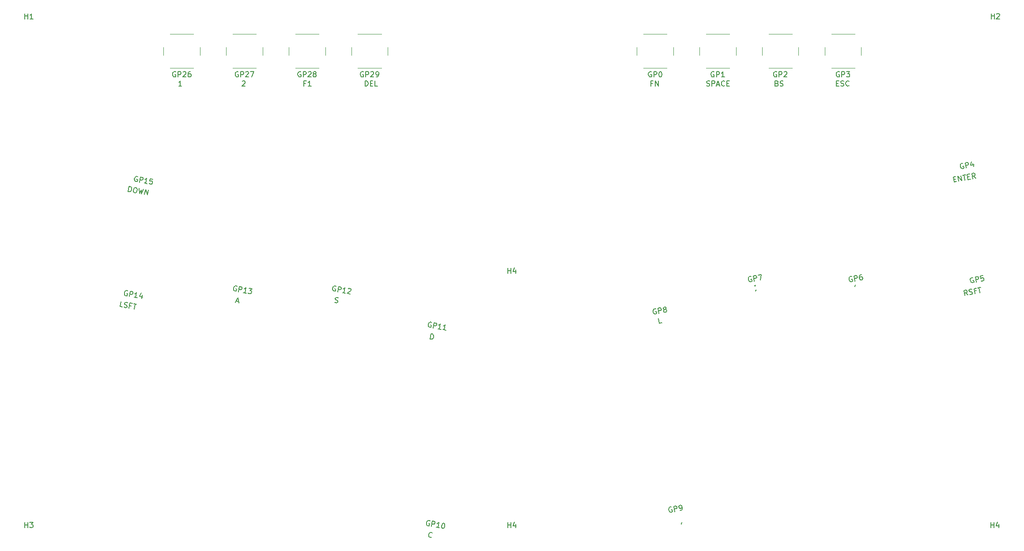
<source format=gto>
G04 #@! TF.GenerationSoftware,KiCad,Pcbnew,9.0.2-rc1*
G04 #@! TF.CreationDate,2025-07-21T22:58:39+09:00*
G04 #@! TF.ProjectId,MAXCON-zero,4d415843-4f4e-42d7-9a65-726f2e6b6963,rev?*
G04 #@! TF.SameCoordinates,Original*
G04 #@! TF.FileFunction,Legend,Top*
G04 #@! TF.FilePolarity,Positive*
%FSLAX46Y46*%
G04 Gerber Fmt 4.6, Leading zero omitted, Abs format (unit mm)*
G04 Created by KiCad (PCBNEW 9.0.2-rc1) date 2025-07-21 22:58:39*
%MOMM*%
%LPD*%
G01*
G04 APERTURE LIST*
%ADD10C,0.150000*%
%ADD11C,0.120000*%
%ADD12C,1.700000*%
%ADD13C,1.750000*%
%ADD14C,3.000000*%
%ADD15C,5.060000*%
%ADD16C,2.000000*%
%ADD17C,3.500000*%
G04 APERTURE END LIST*
D10*
X59633190Y-90619392D02*
X59164234Y-90536703D01*
X59164234Y-90536703D02*
X59337882Y-89551895D01*
X59922833Y-90622110D02*
X60055251Y-90693813D01*
X60055251Y-90693813D02*
X60289729Y-90735158D01*
X60289729Y-90735158D02*
X60391789Y-90704800D01*
X60391789Y-90704800D02*
X60446954Y-90666173D01*
X60446954Y-90666173D02*
X60510387Y-90580651D01*
X60510387Y-90580651D02*
X60526925Y-90486860D01*
X60526925Y-90486860D02*
X60496567Y-90384800D01*
X60496567Y-90384800D02*
X60457941Y-90329635D01*
X60457941Y-90329635D02*
X60372419Y-90266202D01*
X60372419Y-90266202D02*
X60193105Y-90186230D01*
X60193105Y-90186230D02*
X60107583Y-90122797D01*
X60107583Y-90122797D02*
X60068956Y-90067632D01*
X60068956Y-90067632D02*
X60038598Y-89965572D01*
X60038598Y-89965572D02*
X60055136Y-89871781D01*
X60055136Y-89871781D02*
X60118570Y-89786258D01*
X60118570Y-89786258D02*
X60173735Y-89747632D01*
X60173735Y-89747632D02*
X60275795Y-89717274D01*
X60275795Y-89717274D02*
X60510273Y-89758619D01*
X60510273Y-89758619D02*
X60642691Y-89830321D01*
X61318600Y-90384685D02*
X60990330Y-90326802D01*
X60899372Y-90842654D02*
X61073020Y-89857846D01*
X61073020Y-89857846D02*
X61541976Y-89940536D01*
X61776454Y-89981881D02*
X62339202Y-90081108D01*
X61884180Y-91016302D02*
X62057828Y-90031495D01*
X81409686Y-89466187D02*
X81878642Y-89548877D01*
X81266281Y-89731023D02*
X81768199Y-88804098D01*
X81768199Y-88804098D02*
X81922820Y-89846789D01*
X161260576Y-47712181D02*
X160927243Y-47712181D01*
X160927243Y-48235991D02*
X160927243Y-47235991D01*
X160927243Y-47235991D02*
X161403433Y-47235991D01*
X161784386Y-48235991D02*
X161784386Y-47235991D01*
X161784386Y-47235991D02*
X162355814Y-48235991D01*
X162355814Y-48235991D02*
X162355814Y-47235991D01*
X118632624Y-96719427D02*
X118806272Y-95734619D01*
X118806272Y-95734619D02*
X119040750Y-95775964D01*
X119040750Y-95775964D02*
X119173168Y-95847666D01*
X119173168Y-95847666D02*
X119250422Y-95957995D01*
X119250422Y-95957995D02*
X119280779Y-96060055D01*
X119280779Y-96060055D02*
X119294599Y-96255907D01*
X119294599Y-96255907D02*
X119269792Y-96396594D01*
X119269792Y-96396594D02*
X119189821Y-96575907D01*
X119189821Y-96575907D02*
X119126387Y-96661429D01*
X119126387Y-96661429D02*
X119016058Y-96738683D01*
X119016058Y-96738683D02*
X118867102Y-96760771D01*
X118867102Y-96760771D02*
X118632624Y-96719427D01*
X94760195Y-47734006D02*
X94426862Y-47734006D01*
X94426862Y-48257816D02*
X94426862Y-47257816D01*
X94426862Y-47257816D02*
X94903052Y-47257816D01*
X95807814Y-48257816D02*
X95236386Y-48257816D01*
X95522100Y-48257816D02*
X95522100Y-47257816D01*
X95522100Y-47257816D02*
X95426862Y-47400673D01*
X95426862Y-47400673D02*
X95331624Y-47495911D01*
X95331624Y-47495911D02*
X95236386Y-47543530D01*
X100321446Y-89692397D02*
X100453864Y-89764099D01*
X100453864Y-89764099D02*
X100688342Y-89805444D01*
X100688342Y-89805444D02*
X100790402Y-89775086D01*
X100790402Y-89775086D02*
X100845566Y-89736459D01*
X100845566Y-89736459D02*
X100909000Y-89650937D01*
X100909000Y-89650937D02*
X100925538Y-89557146D01*
X100925538Y-89557146D02*
X100895180Y-89455086D01*
X100895180Y-89455086D02*
X100856554Y-89399921D01*
X100856554Y-89399921D02*
X100771031Y-89336488D01*
X100771031Y-89336488D02*
X100591718Y-89256516D01*
X100591718Y-89256516D02*
X100506196Y-89193083D01*
X100506196Y-89193083D02*
X100467569Y-89137918D01*
X100467569Y-89137918D02*
X100437211Y-89035858D01*
X100437211Y-89035858D02*
X100453749Y-88942067D01*
X100453749Y-88942067D02*
X100517183Y-88856545D01*
X100517183Y-88856545D02*
X100572347Y-88817918D01*
X100572347Y-88817918D02*
X100674407Y-88787560D01*
X100674407Y-88787560D02*
X100908885Y-88828905D01*
X100908885Y-88828905D02*
X101041303Y-88900608D01*
X166850613Y-131933954D02*
X166863017Y-132004298D01*
X166863017Y-132004298D02*
X166817480Y-132157388D01*
X166817480Y-132157388D02*
X166759540Y-132240135D01*
X171666862Y-48188372D02*
X171809719Y-48235991D01*
X171809719Y-48235991D02*
X172047814Y-48235991D01*
X172047814Y-48235991D02*
X172143052Y-48188372D01*
X172143052Y-48188372D02*
X172190671Y-48140752D01*
X172190671Y-48140752D02*
X172238290Y-48045514D01*
X172238290Y-48045514D02*
X172238290Y-47950276D01*
X172238290Y-47950276D02*
X172190671Y-47855038D01*
X172190671Y-47855038D02*
X172143052Y-47807419D01*
X172143052Y-47807419D02*
X172047814Y-47759800D01*
X172047814Y-47759800D02*
X171857338Y-47712181D01*
X171857338Y-47712181D02*
X171762100Y-47664562D01*
X171762100Y-47664562D02*
X171714481Y-47616943D01*
X171714481Y-47616943D02*
X171666862Y-47521705D01*
X171666862Y-47521705D02*
X171666862Y-47426467D01*
X171666862Y-47426467D02*
X171714481Y-47331229D01*
X171714481Y-47331229D02*
X171762100Y-47283610D01*
X171762100Y-47283610D02*
X171857338Y-47235991D01*
X171857338Y-47235991D02*
X172095433Y-47235991D01*
X172095433Y-47235991D02*
X172238290Y-47283610D01*
X172666862Y-48235991D02*
X172666862Y-47235991D01*
X172666862Y-47235991D02*
X173047814Y-47235991D01*
X173047814Y-47235991D02*
X173143052Y-47283610D01*
X173143052Y-47283610D02*
X173190671Y-47331229D01*
X173190671Y-47331229D02*
X173238290Y-47426467D01*
X173238290Y-47426467D02*
X173238290Y-47569324D01*
X173238290Y-47569324D02*
X173190671Y-47664562D01*
X173190671Y-47664562D02*
X173143052Y-47712181D01*
X173143052Y-47712181D02*
X173047814Y-47759800D01*
X173047814Y-47759800D02*
X172666862Y-47759800D01*
X173619243Y-47950276D02*
X174095433Y-47950276D01*
X173524005Y-48235991D02*
X173857338Y-47235991D01*
X173857338Y-47235991D02*
X174190671Y-48235991D01*
X175095433Y-48140752D02*
X175047814Y-48188372D01*
X175047814Y-48188372D02*
X174904957Y-48235991D01*
X174904957Y-48235991D02*
X174809719Y-48235991D01*
X174809719Y-48235991D02*
X174666862Y-48188372D01*
X174666862Y-48188372D02*
X174571624Y-48093133D01*
X174571624Y-48093133D02*
X174524005Y-47997895D01*
X174524005Y-47997895D02*
X174476386Y-47807419D01*
X174476386Y-47807419D02*
X174476386Y-47664562D01*
X174476386Y-47664562D02*
X174524005Y-47474086D01*
X174524005Y-47474086D02*
X174571624Y-47378848D01*
X174571624Y-47378848D02*
X174666862Y-47283610D01*
X174666862Y-47283610D02*
X174809719Y-47235991D01*
X174809719Y-47235991D02*
X174904957Y-47235991D01*
X174904957Y-47235991D02*
X175047814Y-47283610D01*
X175047814Y-47283610D02*
X175095433Y-47331229D01*
X175524005Y-47712181D02*
X175857338Y-47712181D01*
X176000195Y-48235991D02*
X175524005Y-48235991D01*
X175524005Y-48235991D02*
X175524005Y-47235991D01*
X175524005Y-47235991D02*
X176000195Y-47235991D01*
X70995243Y-48235990D02*
X70423815Y-48235990D01*
X70709529Y-48235990D02*
X70709529Y-47235990D01*
X70709529Y-47235990D02*
X70614291Y-47378847D01*
X70614291Y-47378847D02*
X70519053Y-47474085D01*
X70519053Y-47474085D02*
X70423815Y-47521704D01*
X118915909Y-134748863D02*
X118860745Y-134787490D01*
X118860745Y-134787490D02*
X118711789Y-134809578D01*
X118711789Y-134809578D02*
X118617998Y-134793040D01*
X118617998Y-134793040D02*
X118485580Y-134721338D01*
X118485580Y-134721338D02*
X118408327Y-134611009D01*
X118408327Y-134611009D02*
X118377969Y-134508949D01*
X118377969Y-134508949D02*
X118364149Y-134313097D01*
X118364149Y-134313097D02*
X118388956Y-134172410D01*
X118388956Y-134172410D02*
X118468928Y-133993097D01*
X118468928Y-133993097D02*
X118532361Y-133907575D01*
X118532361Y-133907575D02*
X118642690Y-133830321D01*
X118642690Y-133830321D02*
X118791646Y-133808233D01*
X118791646Y-133808233D02*
X118885437Y-133824770D01*
X118885437Y-133824770D02*
X119017855Y-133896473D01*
X119017855Y-133896473D02*
X119056482Y-133951638D01*
X200178544Y-86359086D02*
X200087471Y-86665267D01*
X106166481Y-48235991D02*
X106166481Y-47235991D01*
X106166481Y-47235991D02*
X106404576Y-47235991D01*
X106404576Y-47235991D02*
X106547433Y-47283610D01*
X106547433Y-47283610D02*
X106642671Y-47378848D01*
X106642671Y-47378848D02*
X106690290Y-47474086D01*
X106690290Y-47474086D02*
X106737909Y-47664562D01*
X106737909Y-47664562D02*
X106737909Y-47807419D01*
X106737909Y-47807419D02*
X106690290Y-47997895D01*
X106690290Y-47997895D02*
X106642671Y-48093133D01*
X106642671Y-48093133D02*
X106547433Y-48188372D01*
X106547433Y-48188372D02*
X106404576Y-48235991D01*
X106404576Y-48235991D02*
X106166481Y-48235991D01*
X107166481Y-47712181D02*
X107499814Y-47712181D01*
X107642671Y-48235991D02*
X107166481Y-48235991D01*
X107166481Y-48235991D02*
X107166481Y-47235991D01*
X107166481Y-47235991D02*
X107642671Y-47235991D01*
X108547433Y-48235991D02*
X108071243Y-48235991D01*
X108071243Y-48235991D02*
X108071243Y-47235991D01*
X196519053Y-47712181D02*
X196852386Y-47712181D01*
X196995243Y-48235991D02*
X196519053Y-48235991D01*
X196519053Y-48235991D02*
X196519053Y-47235991D01*
X196519053Y-47235991D02*
X196995243Y-47235991D01*
X197376196Y-48188372D02*
X197519053Y-48235991D01*
X197519053Y-48235991D02*
X197757148Y-48235991D01*
X197757148Y-48235991D02*
X197852386Y-48188372D01*
X197852386Y-48188372D02*
X197900005Y-48140752D01*
X197900005Y-48140752D02*
X197947624Y-48045514D01*
X197947624Y-48045514D02*
X197947624Y-47950276D01*
X197947624Y-47950276D02*
X197900005Y-47855038D01*
X197900005Y-47855038D02*
X197852386Y-47807419D01*
X197852386Y-47807419D02*
X197757148Y-47759800D01*
X197757148Y-47759800D02*
X197566672Y-47712181D01*
X197566672Y-47712181D02*
X197471434Y-47664562D01*
X197471434Y-47664562D02*
X197423815Y-47616943D01*
X197423815Y-47616943D02*
X197376196Y-47521705D01*
X197376196Y-47521705D02*
X197376196Y-47426467D01*
X197376196Y-47426467D02*
X197423815Y-47331229D01*
X197423815Y-47331229D02*
X197471434Y-47283610D01*
X197471434Y-47283610D02*
X197566672Y-47235991D01*
X197566672Y-47235991D02*
X197804767Y-47235991D01*
X197804767Y-47235991D02*
X197947624Y-47283610D01*
X198947624Y-48140752D02*
X198900005Y-48188372D01*
X198900005Y-48188372D02*
X198757148Y-48235991D01*
X198757148Y-48235991D02*
X198661910Y-48235991D01*
X198661910Y-48235991D02*
X198519053Y-48188372D01*
X198519053Y-48188372D02*
X198423815Y-48093133D01*
X198423815Y-48093133D02*
X198376196Y-47997895D01*
X198376196Y-47997895D02*
X198328577Y-47807419D01*
X198328577Y-47807419D02*
X198328577Y-47664562D01*
X198328577Y-47664562D02*
X198376196Y-47474086D01*
X198376196Y-47474086D02*
X198423815Y-47378848D01*
X198423815Y-47378848D02*
X198519053Y-47283610D01*
X198519053Y-47283610D02*
X198661910Y-47235991D01*
X198661910Y-47235991D02*
X198757148Y-47235991D01*
X198757148Y-47235991D02*
X198900005Y-47283610D01*
X198900005Y-47283610D02*
X198947624Y-47331229D01*
X163041328Y-93663158D02*
X162572372Y-93745847D01*
X162572372Y-93745847D02*
X162398724Y-92761039D01*
X60742174Y-68462282D02*
X60915822Y-67477474D01*
X60915822Y-67477474D02*
X61150300Y-67518819D01*
X61150300Y-67518819D02*
X61282718Y-67590522D01*
X61282718Y-67590522D02*
X61359971Y-67700851D01*
X61359971Y-67700851D02*
X61390329Y-67802911D01*
X61390329Y-67802911D02*
X61404149Y-67998762D01*
X61404149Y-67998762D02*
X61379342Y-68139449D01*
X61379342Y-68139449D02*
X61299371Y-68318763D01*
X61299371Y-68318763D02*
X61235937Y-68404285D01*
X61235937Y-68404285D02*
X61125608Y-68481538D01*
X61125608Y-68481538D02*
X60976652Y-68503627D01*
X60976652Y-68503627D02*
X60742174Y-68462282D01*
X62088212Y-67684198D02*
X62275795Y-67717274D01*
X62275795Y-67717274D02*
X62361317Y-67780708D01*
X62361317Y-67780708D02*
X62438570Y-67891037D01*
X62438570Y-67891037D02*
X62452390Y-68086888D01*
X62452390Y-68086888D02*
X62394507Y-68415157D01*
X62394507Y-68415157D02*
X62314536Y-68594471D01*
X62314536Y-68594471D02*
X62204207Y-68671724D01*
X62204207Y-68671724D02*
X62102147Y-68702082D01*
X62102147Y-68702082D02*
X61914564Y-68669006D01*
X61914564Y-68669006D02*
X61829042Y-68605572D01*
X61829042Y-68605572D02*
X61751789Y-68495243D01*
X61751789Y-68495243D02*
X61737969Y-68299392D01*
X61737969Y-68299392D02*
X61795852Y-67971123D01*
X61795852Y-67971123D02*
X61875823Y-67791809D01*
X61875823Y-67791809D02*
X61986152Y-67714556D01*
X61986152Y-67714556D02*
X62088212Y-67684198D01*
X62838542Y-67816502D02*
X62899372Y-68842654D01*
X62899372Y-68842654D02*
X63210989Y-68172296D01*
X63210989Y-68172296D02*
X63274537Y-68908806D01*
X63274537Y-68908806D02*
X63682663Y-67965343D01*
X63884180Y-69016302D02*
X64057828Y-68031495D01*
X64057828Y-68031495D02*
X64446927Y-69115530D01*
X64446927Y-69115530D02*
X64620575Y-68130722D01*
X221719147Y-88298419D02*
X221308188Y-87887346D01*
X221156400Y-88397647D02*
X220982752Y-87412839D01*
X220982752Y-87412839D02*
X221357917Y-87346688D01*
X221357917Y-87346688D02*
X221459977Y-87377045D01*
X221459977Y-87377045D02*
X221515141Y-87415672D01*
X221515141Y-87415672D02*
X221578575Y-87501194D01*
X221578575Y-87501194D02*
X221603382Y-87641881D01*
X221603382Y-87641881D02*
X221573024Y-87743941D01*
X221573024Y-87743941D02*
X221534398Y-87799106D01*
X221534398Y-87799106D02*
X221448875Y-87862539D01*
X221448875Y-87862539D02*
X221073710Y-87928691D01*
X222086043Y-88185372D02*
X222234999Y-88207461D01*
X222234999Y-88207461D02*
X222469477Y-88166116D01*
X222469477Y-88166116D02*
X222554999Y-88102683D01*
X222554999Y-88102683D02*
X222593626Y-88047518D01*
X222593626Y-88047518D02*
X222623984Y-87945458D01*
X222623984Y-87945458D02*
X222607446Y-87851667D01*
X222607446Y-87851667D02*
X222544012Y-87766144D01*
X222544012Y-87766144D02*
X222488848Y-87727518D01*
X222488848Y-87727518D02*
X222386787Y-87697160D01*
X222386787Y-87697160D02*
X222190936Y-87683340D01*
X222190936Y-87683340D02*
X222088876Y-87652983D01*
X222088876Y-87652983D02*
X222033711Y-87614356D01*
X222033711Y-87614356D02*
X221970278Y-87528834D01*
X221970278Y-87528834D02*
X221953740Y-87435042D01*
X221953740Y-87435042D02*
X221984098Y-87332982D01*
X221984098Y-87332982D02*
X222022724Y-87277818D01*
X222022724Y-87277818D02*
X222108246Y-87214384D01*
X222108246Y-87214384D02*
X222342724Y-87173039D01*
X222342724Y-87173039D02*
X222491680Y-87195128D01*
X223316431Y-87484885D02*
X222988161Y-87542768D01*
X223079120Y-88058620D02*
X222905472Y-87073812D01*
X222905472Y-87073812D02*
X223374428Y-86991122D01*
X223608906Y-86949777D02*
X224171653Y-86850550D01*
X224063928Y-87884971D02*
X223890280Y-86900164D01*
X219025589Y-66128754D02*
X219353859Y-66070871D01*
X219585504Y-66561916D02*
X219116548Y-66644606D01*
X219116548Y-66644606D02*
X218942900Y-65659798D01*
X218942900Y-65659798D02*
X219411856Y-65577108D01*
X220007565Y-66487495D02*
X219833916Y-65502688D01*
X219833916Y-65502688D02*
X220570312Y-66388268D01*
X220570312Y-66388268D02*
X220396664Y-65403460D01*
X220724933Y-65345577D02*
X221287680Y-65246350D01*
X221179955Y-66280771D02*
X221006306Y-65295964D01*
X221698639Y-65657423D02*
X222026908Y-65599540D01*
X222258554Y-66090585D02*
X221789598Y-66173275D01*
X221789598Y-66173275D02*
X221615950Y-65188467D01*
X221615950Y-65188467D02*
X222084906Y-65105777D01*
X223243362Y-65916937D02*
X222832403Y-65505864D01*
X222680614Y-66016165D02*
X222506966Y-65031357D01*
X222506966Y-65031357D02*
X222882131Y-64965205D01*
X222882131Y-64965205D02*
X222984191Y-64995563D01*
X222984191Y-64995563D02*
X223039356Y-65034189D01*
X223039356Y-65034189D02*
X223102789Y-65119712D01*
X223102789Y-65119712D02*
X223127596Y-65260399D01*
X223127596Y-65260399D02*
X223097239Y-65362459D01*
X223097239Y-65362459D02*
X223058612Y-65417623D01*
X223058612Y-65417623D02*
X222973090Y-65481057D01*
X222973090Y-65481057D02*
X222597925Y-65547208D01*
X82615815Y-47331229D02*
X82663434Y-47283610D01*
X82663434Y-47283610D02*
X82758672Y-47235991D01*
X82758672Y-47235991D02*
X82996767Y-47235991D01*
X82996767Y-47235991D02*
X83092005Y-47283610D01*
X83092005Y-47283610D02*
X83139624Y-47331229D01*
X83139624Y-47331229D02*
X83187243Y-47426467D01*
X83187243Y-47426467D02*
X83187243Y-47521705D01*
X83187243Y-47521705D02*
X83139624Y-47664562D01*
X83139624Y-47664562D02*
X82568196Y-48235991D01*
X82568196Y-48235991D02*
X83187243Y-48235991D01*
X181122613Y-87257954D02*
X181135017Y-87328298D01*
X181135017Y-87328298D02*
X181089480Y-87481388D01*
X181089480Y-87481388D02*
X181031540Y-87564135D01*
X180903429Y-86426237D02*
X180986175Y-86484177D01*
X180986175Y-86484177D02*
X180928235Y-86566924D01*
X180928235Y-86566924D02*
X180845489Y-86508984D01*
X180845489Y-86508984D02*
X180903429Y-86426237D01*
X180903429Y-86426237D02*
X180928235Y-86566924D01*
X185112767Y-47712181D02*
X185255624Y-47759800D01*
X185255624Y-47759800D02*
X185303243Y-47807419D01*
X185303243Y-47807419D02*
X185350862Y-47902657D01*
X185350862Y-47902657D02*
X185350862Y-48045514D01*
X185350862Y-48045514D02*
X185303243Y-48140752D01*
X185303243Y-48140752D02*
X185255624Y-48188372D01*
X185255624Y-48188372D02*
X185160386Y-48235991D01*
X185160386Y-48235991D02*
X184779434Y-48235991D01*
X184779434Y-48235991D02*
X184779434Y-47235991D01*
X184779434Y-47235991D02*
X185112767Y-47235991D01*
X185112767Y-47235991D02*
X185208005Y-47283610D01*
X185208005Y-47283610D02*
X185255624Y-47331229D01*
X185255624Y-47331229D02*
X185303243Y-47426467D01*
X185303243Y-47426467D02*
X185303243Y-47521705D01*
X185303243Y-47521705D02*
X185255624Y-47616943D01*
X185255624Y-47616943D02*
X185208005Y-47664562D01*
X185208005Y-47664562D02*
X185112767Y-47712181D01*
X185112767Y-47712181D02*
X184779434Y-47712181D01*
X185731815Y-48188372D02*
X185874672Y-48235991D01*
X185874672Y-48235991D02*
X186112767Y-48235991D01*
X186112767Y-48235991D02*
X186208005Y-48188372D01*
X186208005Y-48188372D02*
X186255624Y-48140752D01*
X186255624Y-48140752D02*
X186303243Y-48045514D01*
X186303243Y-48045514D02*
X186303243Y-47950276D01*
X186303243Y-47950276D02*
X186255624Y-47855038D01*
X186255624Y-47855038D02*
X186208005Y-47807419D01*
X186208005Y-47807419D02*
X186112767Y-47759800D01*
X186112767Y-47759800D02*
X185922291Y-47712181D01*
X185922291Y-47712181D02*
X185827053Y-47664562D01*
X185827053Y-47664562D02*
X185779434Y-47616943D01*
X185779434Y-47616943D02*
X185731815Y-47521705D01*
X185731815Y-47521705D02*
X185731815Y-47426467D01*
X185731815Y-47426467D02*
X185779434Y-47331229D01*
X185779434Y-47331229D02*
X185827053Y-47283610D01*
X185827053Y-47283610D02*
X185922291Y-47235991D01*
X185922291Y-47235991D02*
X186160386Y-47235991D01*
X186160386Y-47235991D02*
X186303243Y-47283610D01*
X62587539Y-65644270D02*
X62502017Y-65580836D01*
X62502017Y-65580836D02*
X62361330Y-65556029D01*
X62361330Y-65556029D02*
X62212374Y-65578118D01*
X62212374Y-65578118D02*
X62102045Y-65655371D01*
X62102045Y-65655371D02*
X62038611Y-65740894D01*
X62038611Y-65740894D02*
X61958640Y-65920207D01*
X61958640Y-65920207D02*
X61933833Y-66060894D01*
X61933833Y-66060894D02*
X61947653Y-66256745D01*
X61947653Y-66256745D02*
X61978011Y-66358805D01*
X61978011Y-66358805D02*
X62055264Y-66469135D01*
X62055264Y-66469135D02*
X62187682Y-66540837D01*
X62187682Y-66540837D02*
X62281473Y-66557375D01*
X62281473Y-66557375D02*
X62430429Y-66535286D01*
X62430429Y-66535286D02*
X62485593Y-66496660D01*
X62485593Y-66496660D02*
X62543476Y-66168390D01*
X62543476Y-66168390D02*
X62355894Y-66135314D01*
X62891116Y-66664871D02*
X63064764Y-65680064D01*
X63064764Y-65680064D02*
X63439929Y-65746215D01*
X63439929Y-65746215D02*
X63525451Y-65809649D01*
X63525451Y-65809649D02*
X63564078Y-65864813D01*
X63564078Y-65864813D02*
X63594435Y-65966874D01*
X63594435Y-65966874D02*
X63569629Y-66107560D01*
X63569629Y-66107560D02*
X63506195Y-66193083D01*
X63506195Y-66193083D02*
X63451030Y-66231709D01*
X63451030Y-66231709D02*
X63348970Y-66262067D01*
X63348970Y-66262067D02*
X62973805Y-66195915D01*
X64391775Y-66929478D02*
X63829028Y-66830251D01*
X64110402Y-66879864D02*
X64284050Y-65895057D01*
X64284050Y-65895057D02*
X64165452Y-66019206D01*
X64165452Y-66019206D02*
X64055123Y-66096459D01*
X64055123Y-66096459D02*
X63953062Y-66126817D01*
X65456440Y-66101781D02*
X64987484Y-66019091D01*
X64987484Y-66019091D02*
X64857899Y-66479778D01*
X64857899Y-66479778D02*
X64913063Y-66441152D01*
X64913063Y-66441152D02*
X65015123Y-66410794D01*
X65015123Y-66410794D02*
X65249602Y-66452139D01*
X65249602Y-66452139D02*
X65335124Y-66515572D01*
X65335124Y-66515572D02*
X65373750Y-66570737D01*
X65373750Y-66570737D02*
X65404108Y-66672797D01*
X65404108Y-66672797D02*
X65362763Y-66907275D01*
X65362763Y-66907275D02*
X65299330Y-66992797D01*
X65299330Y-66992797D02*
X65244165Y-67031424D01*
X65244165Y-67031424D02*
X65142105Y-67061782D01*
X65142105Y-67061782D02*
X64907627Y-67020437D01*
X64907627Y-67020437D02*
X64822105Y-66957003D01*
X64822105Y-66957003D02*
X64783478Y-66901839D01*
X81829609Y-45527435D02*
X81734371Y-45479816D01*
X81734371Y-45479816D02*
X81591514Y-45479816D01*
X81591514Y-45479816D02*
X81448657Y-45527435D01*
X81448657Y-45527435D02*
X81353419Y-45622673D01*
X81353419Y-45622673D02*
X81305800Y-45717911D01*
X81305800Y-45717911D02*
X81258181Y-45908387D01*
X81258181Y-45908387D02*
X81258181Y-46051244D01*
X81258181Y-46051244D02*
X81305800Y-46241720D01*
X81305800Y-46241720D02*
X81353419Y-46336958D01*
X81353419Y-46336958D02*
X81448657Y-46432197D01*
X81448657Y-46432197D02*
X81591514Y-46479816D01*
X81591514Y-46479816D02*
X81686752Y-46479816D01*
X81686752Y-46479816D02*
X81829609Y-46432197D01*
X81829609Y-46432197D02*
X81877228Y-46384577D01*
X81877228Y-46384577D02*
X81877228Y-46051244D01*
X81877228Y-46051244D02*
X81686752Y-46051244D01*
X82305800Y-46479816D02*
X82305800Y-45479816D01*
X82305800Y-45479816D02*
X82686752Y-45479816D01*
X82686752Y-45479816D02*
X82781990Y-45527435D01*
X82781990Y-45527435D02*
X82829609Y-45575054D01*
X82829609Y-45575054D02*
X82877228Y-45670292D01*
X82877228Y-45670292D02*
X82877228Y-45813149D01*
X82877228Y-45813149D02*
X82829609Y-45908387D01*
X82829609Y-45908387D02*
X82781990Y-45956006D01*
X82781990Y-45956006D02*
X82686752Y-46003625D01*
X82686752Y-46003625D02*
X82305800Y-46003625D01*
X83258181Y-45575054D02*
X83305800Y-45527435D01*
X83305800Y-45527435D02*
X83401038Y-45479816D01*
X83401038Y-45479816D02*
X83639133Y-45479816D01*
X83639133Y-45479816D02*
X83734371Y-45527435D01*
X83734371Y-45527435D02*
X83781990Y-45575054D01*
X83781990Y-45575054D02*
X83829609Y-45670292D01*
X83829609Y-45670292D02*
X83829609Y-45765530D01*
X83829609Y-45765530D02*
X83781990Y-45908387D01*
X83781990Y-45908387D02*
X83210562Y-46479816D01*
X83210562Y-46479816D02*
X83829609Y-46479816D01*
X84162943Y-45479816D02*
X84829609Y-45479816D01*
X84829609Y-45479816D02*
X84401038Y-46479816D01*
X226237624Y-35345816D02*
X226237624Y-34345816D01*
X226237624Y-34822006D02*
X226809052Y-34822006D01*
X226809052Y-35345816D02*
X226809052Y-34345816D01*
X227237624Y-34441054D02*
X227285243Y-34393435D01*
X227285243Y-34393435D02*
X227380481Y-34345816D01*
X227380481Y-34345816D02*
X227618576Y-34345816D01*
X227618576Y-34345816D02*
X227713814Y-34393435D01*
X227713814Y-34393435D02*
X227761433Y-34441054D01*
X227761433Y-34441054D02*
X227809052Y-34536292D01*
X227809052Y-34536292D02*
X227809052Y-34631530D01*
X227809052Y-34631530D02*
X227761433Y-34774387D01*
X227761433Y-34774387D02*
X227190005Y-35345816D01*
X227190005Y-35345816D02*
X227809052Y-35345816D01*
X133536624Y-84120816D02*
X133536624Y-83120816D01*
X133536624Y-83597006D02*
X134108052Y-83597006D01*
X134108052Y-84120816D02*
X134108052Y-83120816D01*
X135012814Y-83454149D02*
X135012814Y-84120816D01*
X134774719Y-83073197D02*
X134536624Y-83787482D01*
X134536624Y-83787482D02*
X135155671Y-83787482D01*
X105829609Y-45527435D02*
X105734371Y-45479816D01*
X105734371Y-45479816D02*
X105591514Y-45479816D01*
X105591514Y-45479816D02*
X105448657Y-45527435D01*
X105448657Y-45527435D02*
X105353419Y-45622673D01*
X105353419Y-45622673D02*
X105305800Y-45717911D01*
X105305800Y-45717911D02*
X105258181Y-45908387D01*
X105258181Y-45908387D02*
X105258181Y-46051244D01*
X105258181Y-46051244D02*
X105305800Y-46241720D01*
X105305800Y-46241720D02*
X105353419Y-46336958D01*
X105353419Y-46336958D02*
X105448657Y-46432197D01*
X105448657Y-46432197D02*
X105591514Y-46479816D01*
X105591514Y-46479816D02*
X105686752Y-46479816D01*
X105686752Y-46479816D02*
X105829609Y-46432197D01*
X105829609Y-46432197D02*
X105877228Y-46384577D01*
X105877228Y-46384577D02*
X105877228Y-46051244D01*
X105877228Y-46051244D02*
X105686752Y-46051244D01*
X106305800Y-46479816D02*
X106305800Y-45479816D01*
X106305800Y-45479816D02*
X106686752Y-45479816D01*
X106686752Y-45479816D02*
X106781990Y-45527435D01*
X106781990Y-45527435D02*
X106829609Y-45575054D01*
X106829609Y-45575054D02*
X106877228Y-45670292D01*
X106877228Y-45670292D02*
X106877228Y-45813149D01*
X106877228Y-45813149D02*
X106829609Y-45908387D01*
X106829609Y-45908387D02*
X106781990Y-45956006D01*
X106781990Y-45956006D02*
X106686752Y-46003625D01*
X106686752Y-46003625D02*
X106305800Y-46003625D01*
X107258181Y-45575054D02*
X107305800Y-45527435D01*
X107305800Y-45527435D02*
X107401038Y-45479816D01*
X107401038Y-45479816D02*
X107639133Y-45479816D01*
X107639133Y-45479816D02*
X107734371Y-45527435D01*
X107734371Y-45527435D02*
X107781990Y-45575054D01*
X107781990Y-45575054D02*
X107829609Y-45670292D01*
X107829609Y-45670292D02*
X107829609Y-45765530D01*
X107829609Y-45765530D02*
X107781990Y-45908387D01*
X107781990Y-45908387D02*
X107210562Y-46479816D01*
X107210562Y-46479816D02*
X107829609Y-46479816D01*
X108305800Y-46479816D02*
X108496276Y-46479816D01*
X108496276Y-46479816D02*
X108591514Y-46432197D01*
X108591514Y-46432197D02*
X108639133Y-46384577D01*
X108639133Y-46384577D02*
X108734371Y-46241720D01*
X108734371Y-46241720D02*
X108781990Y-46051244D01*
X108781990Y-46051244D02*
X108781990Y-45670292D01*
X108781990Y-45670292D02*
X108734371Y-45575054D01*
X108734371Y-45575054D02*
X108686752Y-45527435D01*
X108686752Y-45527435D02*
X108591514Y-45479816D01*
X108591514Y-45479816D02*
X108401038Y-45479816D01*
X108401038Y-45479816D02*
X108305800Y-45527435D01*
X108305800Y-45527435D02*
X108258181Y-45575054D01*
X108258181Y-45575054D02*
X108210562Y-45670292D01*
X108210562Y-45670292D02*
X108210562Y-45908387D01*
X108210562Y-45908387D02*
X108258181Y-46003625D01*
X108258181Y-46003625D02*
X108305800Y-46051244D01*
X108305800Y-46051244D02*
X108401038Y-46098863D01*
X108401038Y-46098863D02*
X108591514Y-46098863D01*
X108591514Y-46098863D02*
X108686752Y-46051244D01*
X108686752Y-46051244D02*
X108734371Y-46003625D01*
X108734371Y-46003625D02*
X108781990Y-45908387D01*
X180155694Y-84775028D02*
X180053634Y-84744670D01*
X180053634Y-84744670D02*
X179912947Y-84769477D01*
X179912947Y-84769477D02*
X179780529Y-84841180D01*
X179780529Y-84841180D02*
X179703276Y-84951509D01*
X179703276Y-84951509D02*
X179672918Y-85053569D01*
X179672918Y-85053569D02*
X179659099Y-85249420D01*
X179659099Y-85249420D02*
X179683905Y-85390107D01*
X179683905Y-85390107D02*
X179763877Y-85569421D01*
X179763877Y-85569421D02*
X179827310Y-85654943D01*
X179827310Y-85654943D02*
X179937640Y-85732196D01*
X179937640Y-85732196D02*
X180086595Y-85754285D01*
X180086595Y-85754285D02*
X180180387Y-85737747D01*
X180180387Y-85737747D02*
X180312804Y-85666045D01*
X180312804Y-85666045D02*
X180351431Y-85610880D01*
X180351431Y-85610880D02*
X180293548Y-85282611D01*
X180293548Y-85282611D02*
X180105966Y-85315687D01*
X180790029Y-85630251D02*
X180616381Y-84645443D01*
X180616381Y-84645443D02*
X180991546Y-84579291D01*
X180991546Y-84579291D02*
X181093606Y-84609649D01*
X181093606Y-84609649D02*
X181148771Y-84648275D01*
X181148771Y-84648275D02*
X181212204Y-84733798D01*
X181212204Y-84733798D02*
X181237011Y-84874485D01*
X181237011Y-84874485D02*
X181206654Y-84976545D01*
X181206654Y-84976545D02*
X181168027Y-85031709D01*
X181168027Y-85031709D02*
X181082505Y-85095143D01*
X181082505Y-85095143D02*
X180707340Y-85161294D01*
X181507398Y-84488333D02*
X182163936Y-84372567D01*
X182163936Y-84372567D02*
X181915524Y-85431795D01*
X40911624Y-132895816D02*
X40911624Y-131895816D01*
X40911624Y-132372006D02*
X41483052Y-132372006D01*
X41483052Y-132895816D02*
X41483052Y-131895816D01*
X41864005Y-131895816D02*
X42483052Y-131895816D01*
X42483052Y-131895816D02*
X42149719Y-132276768D01*
X42149719Y-132276768D02*
X42292576Y-132276768D01*
X42292576Y-132276768D02*
X42387814Y-132324387D01*
X42387814Y-132324387D02*
X42435433Y-132372006D01*
X42435433Y-132372006D02*
X42483052Y-132467244D01*
X42483052Y-132467244D02*
X42483052Y-132705339D01*
X42483052Y-132705339D02*
X42435433Y-132800577D01*
X42435433Y-132800577D02*
X42387814Y-132848197D01*
X42387814Y-132848197D02*
X42292576Y-132895816D01*
X42292576Y-132895816D02*
X42006862Y-132895816D01*
X42006862Y-132895816D02*
X41911624Y-132848197D01*
X41911624Y-132848197D02*
X41864005Y-132800577D01*
X173058395Y-45527435D02*
X172963157Y-45479816D01*
X172963157Y-45479816D02*
X172820300Y-45479816D01*
X172820300Y-45479816D02*
X172677443Y-45527435D01*
X172677443Y-45527435D02*
X172582205Y-45622673D01*
X172582205Y-45622673D02*
X172534586Y-45717911D01*
X172534586Y-45717911D02*
X172486967Y-45908387D01*
X172486967Y-45908387D02*
X172486967Y-46051244D01*
X172486967Y-46051244D02*
X172534586Y-46241720D01*
X172534586Y-46241720D02*
X172582205Y-46336958D01*
X172582205Y-46336958D02*
X172677443Y-46432197D01*
X172677443Y-46432197D02*
X172820300Y-46479816D01*
X172820300Y-46479816D02*
X172915538Y-46479816D01*
X172915538Y-46479816D02*
X173058395Y-46432197D01*
X173058395Y-46432197D02*
X173106014Y-46384577D01*
X173106014Y-46384577D02*
X173106014Y-46051244D01*
X173106014Y-46051244D02*
X172915538Y-46051244D01*
X173534586Y-46479816D02*
X173534586Y-45479816D01*
X173534586Y-45479816D02*
X173915538Y-45479816D01*
X173915538Y-45479816D02*
X174010776Y-45527435D01*
X174010776Y-45527435D02*
X174058395Y-45575054D01*
X174058395Y-45575054D02*
X174106014Y-45670292D01*
X174106014Y-45670292D02*
X174106014Y-45813149D01*
X174106014Y-45813149D02*
X174058395Y-45908387D01*
X174058395Y-45908387D02*
X174010776Y-45956006D01*
X174010776Y-45956006D02*
X173915538Y-46003625D01*
X173915538Y-46003625D02*
X173534586Y-46003625D01*
X175058395Y-46479816D02*
X174486967Y-46479816D01*
X174772681Y-46479816D02*
X174772681Y-45479816D01*
X174772681Y-45479816D02*
X174677443Y-45622673D01*
X174677443Y-45622673D02*
X174582205Y-45717911D01*
X174582205Y-45717911D02*
X174486967Y-45765530D01*
X81587539Y-86644270D02*
X81502017Y-86580836D01*
X81502017Y-86580836D02*
X81361330Y-86556029D01*
X81361330Y-86556029D02*
X81212374Y-86578118D01*
X81212374Y-86578118D02*
X81102045Y-86655371D01*
X81102045Y-86655371D02*
X81038611Y-86740894D01*
X81038611Y-86740894D02*
X80958640Y-86920207D01*
X80958640Y-86920207D02*
X80933833Y-87060894D01*
X80933833Y-87060894D02*
X80947653Y-87256745D01*
X80947653Y-87256745D02*
X80978011Y-87358805D01*
X80978011Y-87358805D02*
X81055264Y-87469135D01*
X81055264Y-87469135D02*
X81187682Y-87540837D01*
X81187682Y-87540837D02*
X81281473Y-87557375D01*
X81281473Y-87557375D02*
X81430429Y-87535286D01*
X81430429Y-87535286D02*
X81485593Y-87496660D01*
X81485593Y-87496660D02*
X81543476Y-87168390D01*
X81543476Y-87168390D02*
X81355894Y-87135314D01*
X81891116Y-87664871D02*
X82064764Y-86680064D01*
X82064764Y-86680064D02*
X82439929Y-86746215D01*
X82439929Y-86746215D02*
X82525451Y-86809649D01*
X82525451Y-86809649D02*
X82564078Y-86864813D01*
X82564078Y-86864813D02*
X82594435Y-86966874D01*
X82594435Y-86966874D02*
X82569629Y-87107560D01*
X82569629Y-87107560D02*
X82506195Y-87193083D01*
X82506195Y-87193083D02*
X82451030Y-87231709D01*
X82451030Y-87231709D02*
X82348970Y-87262067D01*
X82348970Y-87262067D02*
X81973805Y-87195915D01*
X83391775Y-87929478D02*
X82829028Y-87830251D01*
X83110402Y-87879864D02*
X83284050Y-86895057D01*
X83284050Y-86895057D02*
X83165452Y-87019206D01*
X83165452Y-87019206D02*
X83055123Y-87096459D01*
X83055123Y-87096459D02*
X82953062Y-87126817D01*
X83893693Y-87002553D02*
X84503336Y-87110050D01*
X84503336Y-87110050D02*
X84108915Y-87427332D01*
X84108915Y-87427332D02*
X84249602Y-87452139D01*
X84249602Y-87452139D02*
X84335124Y-87515572D01*
X84335124Y-87515572D02*
X84373750Y-87570737D01*
X84373750Y-87570737D02*
X84404108Y-87672797D01*
X84404108Y-87672797D02*
X84362763Y-87907275D01*
X84362763Y-87907275D02*
X84299330Y-87992797D01*
X84299330Y-87992797D02*
X84244165Y-88031424D01*
X84244165Y-88031424D02*
X84142105Y-88061782D01*
X84142105Y-88061782D02*
X83860731Y-88012168D01*
X83860731Y-88012168D02*
X83775209Y-87948734D01*
X83775209Y-87948734D02*
X83736582Y-87893570D01*
X164883694Y-128975028D02*
X164781634Y-128944670D01*
X164781634Y-128944670D02*
X164640947Y-128969477D01*
X164640947Y-128969477D02*
X164508529Y-129041180D01*
X164508529Y-129041180D02*
X164431276Y-129151509D01*
X164431276Y-129151509D02*
X164400918Y-129253569D01*
X164400918Y-129253569D02*
X164387099Y-129449420D01*
X164387099Y-129449420D02*
X164411905Y-129590107D01*
X164411905Y-129590107D02*
X164491877Y-129769421D01*
X164491877Y-129769421D02*
X164555310Y-129854943D01*
X164555310Y-129854943D02*
X164665640Y-129932196D01*
X164665640Y-129932196D02*
X164814595Y-129954285D01*
X164814595Y-129954285D02*
X164908387Y-129937747D01*
X164908387Y-129937747D02*
X165040804Y-129866045D01*
X165040804Y-129866045D02*
X165079431Y-129810880D01*
X165079431Y-129810880D02*
X165021548Y-129482611D01*
X165021548Y-129482611D02*
X164833966Y-129515687D01*
X165518029Y-129830251D02*
X165344381Y-128845443D01*
X165344381Y-128845443D02*
X165719546Y-128779291D01*
X165719546Y-128779291D02*
X165821606Y-128809649D01*
X165821606Y-128809649D02*
X165876771Y-128848275D01*
X165876771Y-128848275D02*
X165940204Y-128933798D01*
X165940204Y-128933798D02*
X165965011Y-129074485D01*
X165965011Y-129074485D02*
X165934654Y-129176545D01*
X165934654Y-129176545D02*
X165896027Y-129231709D01*
X165896027Y-129231709D02*
X165810505Y-129295143D01*
X165810505Y-129295143D02*
X165435340Y-129361294D01*
X166549733Y-129648333D02*
X166737315Y-129615258D01*
X166737315Y-129615258D02*
X166822837Y-129551824D01*
X166822837Y-129551824D02*
X166861464Y-129496659D01*
X166861464Y-129496659D02*
X166930448Y-129339435D01*
X166930448Y-129339435D02*
X166944268Y-129143583D01*
X166944268Y-129143583D02*
X166878117Y-128768418D01*
X166878117Y-128768418D02*
X166814683Y-128682896D01*
X166814683Y-128682896D02*
X166759518Y-128644270D01*
X166759518Y-128644270D02*
X166657458Y-128613912D01*
X166657458Y-128613912D02*
X166469876Y-128646988D01*
X166469876Y-128646988D02*
X166384354Y-128710421D01*
X166384354Y-128710421D02*
X166345727Y-128765586D01*
X166345727Y-128765586D02*
X166315369Y-128867646D01*
X166315369Y-128867646D02*
X166356714Y-129102124D01*
X166356714Y-129102124D02*
X166420148Y-129187646D01*
X166420148Y-129187646D02*
X166475312Y-129226273D01*
X166475312Y-129226273D02*
X166577372Y-129256631D01*
X166577372Y-129256631D02*
X166764955Y-129223555D01*
X166764955Y-129223555D02*
X166850477Y-129160121D01*
X166850477Y-129160121D02*
X166889104Y-129104957D01*
X166889104Y-129104957D02*
X166919461Y-129002897D01*
X226161624Y-132895816D02*
X226161624Y-131895816D01*
X226161624Y-132372006D02*
X226733052Y-132372006D01*
X226733052Y-132895816D02*
X226733052Y-131895816D01*
X227637814Y-132229149D02*
X227637814Y-132895816D01*
X227399719Y-131848197D02*
X227161624Y-132562482D01*
X227161624Y-132562482D02*
X227780671Y-132562482D01*
X133536624Y-132895816D02*
X133536624Y-131895816D01*
X133536624Y-132372006D02*
X134108052Y-132372006D01*
X134108052Y-132895816D02*
X134108052Y-131895816D01*
X135012814Y-132229149D02*
X135012814Y-132895816D01*
X134774719Y-131848197D02*
X134536624Y-132562482D01*
X134536624Y-132562482D02*
X135155671Y-132562482D01*
X185058395Y-45527435D02*
X184963157Y-45479816D01*
X184963157Y-45479816D02*
X184820300Y-45479816D01*
X184820300Y-45479816D02*
X184677443Y-45527435D01*
X184677443Y-45527435D02*
X184582205Y-45622673D01*
X184582205Y-45622673D02*
X184534586Y-45717911D01*
X184534586Y-45717911D02*
X184486967Y-45908387D01*
X184486967Y-45908387D02*
X184486967Y-46051244D01*
X184486967Y-46051244D02*
X184534586Y-46241720D01*
X184534586Y-46241720D02*
X184582205Y-46336958D01*
X184582205Y-46336958D02*
X184677443Y-46432197D01*
X184677443Y-46432197D02*
X184820300Y-46479816D01*
X184820300Y-46479816D02*
X184915538Y-46479816D01*
X184915538Y-46479816D02*
X185058395Y-46432197D01*
X185058395Y-46432197D02*
X185106014Y-46384577D01*
X185106014Y-46384577D02*
X185106014Y-46051244D01*
X185106014Y-46051244D02*
X184915538Y-46051244D01*
X185534586Y-46479816D02*
X185534586Y-45479816D01*
X185534586Y-45479816D02*
X185915538Y-45479816D01*
X185915538Y-45479816D02*
X186010776Y-45527435D01*
X186010776Y-45527435D02*
X186058395Y-45575054D01*
X186058395Y-45575054D02*
X186106014Y-45670292D01*
X186106014Y-45670292D02*
X186106014Y-45813149D01*
X186106014Y-45813149D02*
X186058395Y-45908387D01*
X186058395Y-45908387D02*
X186010776Y-45956006D01*
X186010776Y-45956006D02*
X185915538Y-46003625D01*
X185915538Y-46003625D02*
X185534586Y-46003625D01*
X186486967Y-45575054D02*
X186534586Y-45527435D01*
X186534586Y-45527435D02*
X186629824Y-45479816D01*
X186629824Y-45479816D02*
X186867919Y-45479816D01*
X186867919Y-45479816D02*
X186963157Y-45527435D01*
X186963157Y-45527435D02*
X187010776Y-45575054D01*
X187010776Y-45575054D02*
X187058395Y-45670292D01*
X187058395Y-45670292D02*
X187058395Y-45765530D01*
X187058395Y-45765530D02*
X187010776Y-45908387D01*
X187010776Y-45908387D02*
X186439348Y-46479816D01*
X186439348Y-46479816D02*
X187058395Y-46479816D01*
X118587537Y-131644270D02*
X118502015Y-131580836D01*
X118502015Y-131580836D02*
X118361328Y-131556029D01*
X118361328Y-131556029D02*
X118212372Y-131578118D01*
X118212372Y-131578118D02*
X118102043Y-131655371D01*
X118102043Y-131655371D02*
X118038609Y-131740894D01*
X118038609Y-131740894D02*
X117958638Y-131920207D01*
X117958638Y-131920207D02*
X117933831Y-132060894D01*
X117933831Y-132060894D02*
X117947651Y-132256745D01*
X117947651Y-132256745D02*
X117978009Y-132358805D01*
X117978009Y-132358805D02*
X118055262Y-132469135D01*
X118055262Y-132469135D02*
X118187680Y-132540837D01*
X118187680Y-132540837D02*
X118281471Y-132557375D01*
X118281471Y-132557375D02*
X118430427Y-132535286D01*
X118430427Y-132535286D02*
X118485591Y-132496660D01*
X118485591Y-132496660D02*
X118543474Y-132168390D01*
X118543474Y-132168390D02*
X118355892Y-132135314D01*
X118891114Y-132664871D02*
X119064762Y-131680064D01*
X119064762Y-131680064D02*
X119439927Y-131746215D01*
X119439927Y-131746215D02*
X119525449Y-131809649D01*
X119525449Y-131809649D02*
X119564076Y-131864813D01*
X119564076Y-131864813D02*
X119594433Y-131966874D01*
X119594433Y-131966874D02*
X119569627Y-132107560D01*
X119569627Y-132107560D02*
X119506193Y-132193083D01*
X119506193Y-132193083D02*
X119451028Y-132231709D01*
X119451028Y-132231709D02*
X119348968Y-132262067D01*
X119348968Y-132262067D02*
X118973803Y-132195915D01*
X120391773Y-132929478D02*
X119829026Y-132830251D01*
X120110400Y-132879864D02*
X120284048Y-131895057D01*
X120284048Y-131895057D02*
X120165450Y-132019206D01*
X120165450Y-132019206D02*
X120055121Y-132096459D01*
X120055121Y-132096459D02*
X119953060Y-132126817D01*
X121175064Y-132052167D02*
X121268856Y-132068705D01*
X121268856Y-132068705D02*
X121354378Y-132132138D01*
X121354378Y-132132138D02*
X121393005Y-132187303D01*
X121393005Y-132187303D02*
X121423362Y-132289363D01*
X121423362Y-132289363D02*
X121437182Y-132485214D01*
X121437182Y-132485214D02*
X121395837Y-132719693D01*
X121395837Y-132719693D02*
X121315866Y-132899006D01*
X121315866Y-132899006D02*
X121252432Y-132984528D01*
X121252432Y-132984528D02*
X121197268Y-133023155D01*
X121197268Y-133023155D02*
X121095207Y-133053513D01*
X121095207Y-133053513D02*
X121001416Y-133036975D01*
X121001416Y-133036975D02*
X120915894Y-132973541D01*
X120915894Y-132973541D02*
X120877267Y-132918377D01*
X120877267Y-132918377D02*
X120846910Y-132816316D01*
X120846910Y-132816316D02*
X120833090Y-132620465D01*
X120833090Y-132620465D02*
X120874435Y-132385987D01*
X120874435Y-132385987D02*
X120954406Y-132206673D01*
X120954406Y-132206673D02*
X121017840Y-132121151D01*
X121017840Y-132121151D02*
X121073004Y-132082525D01*
X121073004Y-132082525D02*
X121175064Y-132052167D01*
X222697056Y-84981774D02*
X222594996Y-84951416D01*
X222594996Y-84951416D02*
X222454309Y-84976223D01*
X222454309Y-84976223D02*
X222321891Y-85047926D01*
X222321891Y-85047926D02*
X222244638Y-85158255D01*
X222244638Y-85158255D02*
X222214280Y-85260315D01*
X222214280Y-85260315D02*
X222200461Y-85456166D01*
X222200461Y-85456166D02*
X222225267Y-85596853D01*
X222225267Y-85596853D02*
X222305239Y-85776167D01*
X222305239Y-85776167D02*
X222368672Y-85861689D01*
X222368672Y-85861689D02*
X222479002Y-85938942D01*
X222479002Y-85938942D02*
X222627957Y-85961031D01*
X222627957Y-85961031D02*
X222721749Y-85944493D01*
X222721749Y-85944493D02*
X222854166Y-85872791D01*
X222854166Y-85872791D02*
X222892793Y-85817626D01*
X222892793Y-85817626D02*
X222834910Y-85489357D01*
X222834910Y-85489357D02*
X222647328Y-85522433D01*
X223331391Y-85836997D02*
X223157743Y-84852189D01*
X223157743Y-84852189D02*
X223532908Y-84786037D01*
X223532908Y-84786037D02*
X223634968Y-84816395D01*
X223634968Y-84816395D02*
X223690133Y-84855021D01*
X223690133Y-84855021D02*
X223753566Y-84940544D01*
X223753566Y-84940544D02*
X223778373Y-85081231D01*
X223778373Y-85081231D02*
X223748016Y-85183291D01*
X223748016Y-85183291D02*
X223709389Y-85238455D01*
X223709389Y-85238455D02*
X223623867Y-85301889D01*
X223623867Y-85301889D02*
X223248702Y-85368040D01*
X224611507Y-84595851D02*
X224142551Y-84678541D01*
X224142551Y-84678541D02*
X224178345Y-85155766D01*
X224178345Y-85155766D02*
X224216972Y-85100601D01*
X224216972Y-85100601D02*
X224302494Y-85037168D01*
X224302494Y-85037168D02*
X224536972Y-84995823D01*
X224536972Y-84995823D02*
X224639032Y-85026180D01*
X224639032Y-85026180D02*
X224694197Y-85064807D01*
X224694197Y-85064807D02*
X224757630Y-85150329D01*
X224757630Y-85150329D02*
X224798975Y-85384807D01*
X224798975Y-85384807D02*
X224768617Y-85486868D01*
X224768617Y-85486868D02*
X224729991Y-85542032D01*
X224729991Y-85542032D02*
X224644468Y-85605466D01*
X224644468Y-85605466D02*
X224409990Y-85646810D01*
X224409990Y-85646810D02*
X224307930Y-85616453D01*
X224307930Y-85616453D02*
X224252766Y-85577826D01*
X161883694Y-90975028D02*
X161781634Y-90944670D01*
X161781634Y-90944670D02*
X161640947Y-90969477D01*
X161640947Y-90969477D02*
X161508529Y-91041180D01*
X161508529Y-91041180D02*
X161431276Y-91151509D01*
X161431276Y-91151509D02*
X161400918Y-91253569D01*
X161400918Y-91253569D02*
X161387099Y-91449420D01*
X161387099Y-91449420D02*
X161411905Y-91590107D01*
X161411905Y-91590107D02*
X161491877Y-91769421D01*
X161491877Y-91769421D02*
X161555310Y-91854943D01*
X161555310Y-91854943D02*
X161665640Y-91932196D01*
X161665640Y-91932196D02*
X161814595Y-91954285D01*
X161814595Y-91954285D02*
X161908387Y-91937747D01*
X161908387Y-91937747D02*
X162040804Y-91866045D01*
X162040804Y-91866045D02*
X162079431Y-91810880D01*
X162079431Y-91810880D02*
X162021548Y-91482611D01*
X162021548Y-91482611D02*
X161833966Y-91515687D01*
X162518029Y-91830251D02*
X162344381Y-90845443D01*
X162344381Y-90845443D02*
X162719546Y-90779291D01*
X162719546Y-90779291D02*
X162821606Y-90809649D01*
X162821606Y-90809649D02*
X162876771Y-90848275D01*
X162876771Y-90848275D02*
X162940204Y-90933798D01*
X162940204Y-90933798D02*
X162965011Y-91074485D01*
X162965011Y-91074485D02*
X162934654Y-91176545D01*
X162934654Y-91176545D02*
X162896027Y-91231709D01*
X162896027Y-91231709D02*
X162810505Y-91295143D01*
X162810505Y-91295143D02*
X162435340Y-91361294D01*
X163544296Y-91069048D02*
X163442236Y-91038691D01*
X163442236Y-91038691D02*
X163387072Y-91000064D01*
X163387072Y-91000064D02*
X163323638Y-90914542D01*
X163323638Y-90914542D02*
X163315369Y-90867646D01*
X163315369Y-90867646D02*
X163345727Y-90765586D01*
X163345727Y-90765586D02*
X163384354Y-90710421D01*
X163384354Y-90710421D02*
X163469876Y-90646988D01*
X163469876Y-90646988D02*
X163657458Y-90613912D01*
X163657458Y-90613912D02*
X163759518Y-90644270D01*
X163759518Y-90644270D02*
X163814683Y-90682896D01*
X163814683Y-90682896D02*
X163878117Y-90768418D01*
X163878117Y-90768418D02*
X163886385Y-90815314D01*
X163886385Y-90815314D02*
X163856028Y-90917374D01*
X163856028Y-90917374D02*
X163817401Y-90972539D01*
X163817401Y-90972539D02*
X163731879Y-91035972D01*
X163731879Y-91035972D02*
X163544296Y-91069048D01*
X163544296Y-91069048D02*
X163458774Y-91132482D01*
X163458774Y-91132482D02*
X163420148Y-91187646D01*
X163420148Y-91187646D02*
X163389790Y-91289706D01*
X163389790Y-91289706D02*
X163422866Y-91477289D01*
X163422866Y-91477289D02*
X163486299Y-91562811D01*
X163486299Y-91562811D02*
X163541464Y-91601438D01*
X163541464Y-91601438D02*
X163643524Y-91631795D01*
X163643524Y-91631795D02*
X163831106Y-91598720D01*
X163831106Y-91598720D02*
X163916629Y-91535286D01*
X163916629Y-91535286D02*
X163955255Y-91480122D01*
X163955255Y-91480122D02*
X163985613Y-91378061D01*
X163985613Y-91378061D02*
X163952537Y-91190479D01*
X163952537Y-91190479D02*
X163889104Y-91104957D01*
X163889104Y-91104957D02*
X163833939Y-91066330D01*
X163833939Y-91066330D02*
X163731879Y-91035972D01*
X197081244Y-45527436D02*
X196986006Y-45479817D01*
X196986006Y-45479817D02*
X196843149Y-45479817D01*
X196843149Y-45479817D02*
X196700292Y-45527436D01*
X196700292Y-45527436D02*
X196605054Y-45622674D01*
X196605054Y-45622674D02*
X196557435Y-45717912D01*
X196557435Y-45717912D02*
X196509816Y-45908388D01*
X196509816Y-45908388D02*
X196509816Y-46051245D01*
X196509816Y-46051245D02*
X196557435Y-46241721D01*
X196557435Y-46241721D02*
X196605054Y-46336959D01*
X196605054Y-46336959D02*
X196700292Y-46432198D01*
X196700292Y-46432198D02*
X196843149Y-46479817D01*
X196843149Y-46479817D02*
X196938387Y-46479817D01*
X196938387Y-46479817D02*
X197081244Y-46432198D01*
X197081244Y-46432198D02*
X197128863Y-46384578D01*
X197128863Y-46384578D02*
X197128863Y-46051245D01*
X197128863Y-46051245D02*
X196938387Y-46051245D01*
X197557435Y-46479817D02*
X197557435Y-45479817D01*
X197557435Y-45479817D02*
X197938387Y-45479817D01*
X197938387Y-45479817D02*
X198033625Y-45527436D01*
X198033625Y-45527436D02*
X198081244Y-45575055D01*
X198081244Y-45575055D02*
X198128863Y-45670293D01*
X198128863Y-45670293D02*
X198128863Y-45813150D01*
X198128863Y-45813150D02*
X198081244Y-45908388D01*
X198081244Y-45908388D02*
X198033625Y-45956007D01*
X198033625Y-45956007D02*
X197938387Y-46003626D01*
X197938387Y-46003626D02*
X197557435Y-46003626D01*
X198462197Y-45479817D02*
X199081244Y-45479817D01*
X199081244Y-45479817D02*
X198747911Y-45860769D01*
X198747911Y-45860769D02*
X198890768Y-45860769D01*
X198890768Y-45860769D02*
X198986006Y-45908388D01*
X198986006Y-45908388D02*
X199033625Y-45956007D01*
X199033625Y-45956007D02*
X199081244Y-46051245D01*
X199081244Y-46051245D02*
X199081244Y-46289340D01*
X199081244Y-46289340D02*
X199033625Y-46384578D01*
X199033625Y-46384578D02*
X198986006Y-46432198D01*
X198986006Y-46432198D02*
X198890768Y-46479817D01*
X198890768Y-46479817D02*
X198605054Y-46479817D01*
X198605054Y-46479817D02*
X198509816Y-46432198D01*
X198509816Y-46432198D02*
X198462197Y-46384578D01*
X100587539Y-86644270D02*
X100502017Y-86580836D01*
X100502017Y-86580836D02*
X100361330Y-86556029D01*
X100361330Y-86556029D02*
X100212374Y-86578118D01*
X100212374Y-86578118D02*
X100102045Y-86655371D01*
X100102045Y-86655371D02*
X100038611Y-86740894D01*
X100038611Y-86740894D02*
X99958640Y-86920207D01*
X99958640Y-86920207D02*
X99933833Y-87060894D01*
X99933833Y-87060894D02*
X99947653Y-87256745D01*
X99947653Y-87256745D02*
X99978011Y-87358805D01*
X99978011Y-87358805D02*
X100055264Y-87469135D01*
X100055264Y-87469135D02*
X100187682Y-87540837D01*
X100187682Y-87540837D02*
X100281473Y-87557375D01*
X100281473Y-87557375D02*
X100430429Y-87535286D01*
X100430429Y-87535286D02*
X100485593Y-87496660D01*
X100485593Y-87496660D02*
X100543476Y-87168390D01*
X100543476Y-87168390D02*
X100355894Y-87135314D01*
X100891116Y-87664871D02*
X101064764Y-86680064D01*
X101064764Y-86680064D02*
X101439929Y-86746215D01*
X101439929Y-86746215D02*
X101525451Y-86809649D01*
X101525451Y-86809649D02*
X101564078Y-86864813D01*
X101564078Y-86864813D02*
X101594435Y-86966874D01*
X101594435Y-86966874D02*
X101569629Y-87107560D01*
X101569629Y-87107560D02*
X101506195Y-87193083D01*
X101506195Y-87193083D02*
X101451030Y-87231709D01*
X101451030Y-87231709D02*
X101348970Y-87262067D01*
X101348970Y-87262067D02*
X100973805Y-87195915D01*
X102391775Y-87929478D02*
X101829028Y-87830251D01*
X102110402Y-87879864D02*
X102284050Y-86895057D01*
X102284050Y-86895057D02*
X102165452Y-87019206D01*
X102165452Y-87019206D02*
X102055123Y-87096459D01*
X102055123Y-87096459D02*
X101953062Y-87126817D01*
X102924050Y-87104613D02*
X102979215Y-87065987D01*
X102979215Y-87065987D02*
X103081275Y-87035629D01*
X103081275Y-87035629D02*
X103315753Y-87076974D01*
X103315753Y-87076974D02*
X103401275Y-87140407D01*
X103401275Y-87140407D02*
X103439902Y-87195572D01*
X103439902Y-87195572D02*
X103470260Y-87297632D01*
X103470260Y-87297632D02*
X103453722Y-87391423D01*
X103453722Y-87391423D02*
X103382019Y-87523841D01*
X103382019Y-87523841D02*
X102720045Y-87987361D01*
X102720045Y-87987361D02*
X103329687Y-88094857D01*
X60659400Y-87549746D02*
X60573878Y-87486312D01*
X60573878Y-87486312D02*
X60433191Y-87461505D01*
X60433191Y-87461505D02*
X60284235Y-87483594D01*
X60284235Y-87483594D02*
X60173906Y-87560847D01*
X60173906Y-87560847D02*
X60110472Y-87646370D01*
X60110472Y-87646370D02*
X60030501Y-87825683D01*
X60030501Y-87825683D02*
X60005694Y-87966370D01*
X60005694Y-87966370D02*
X60019514Y-88162221D01*
X60019514Y-88162221D02*
X60049872Y-88264281D01*
X60049872Y-88264281D02*
X60127125Y-88374611D01*
X60127125Y-88374611D02*
X60259543Y-88446313D01*
X60259543Y-88446313D02*
X60353334Y-88462851D01*
X60353334Y-88462851D02*
X60502290Y-88440762D01*
X60502290Y-88440762D02*
X60557454Y-88402136D01*
X60557454Y-88402136D02*
X60615337Y-88073866D01*
X60615337Y-88073866D02*
X60427755Y-88040790D01*
X60962977Y-88570347D02*
X61136625Y-87585540D01*
X61136625Y-87585540D02*
X61511790Y-87651691D01*
X61511790Y-87651691D02*
X61597312Y-87715125D01*
X61597312Y-87715125D02*
X61635939Y-87770289D01*
X61635939Y-87770289D02*
X61666296Y-87872350D01*
X61666296Y-87872350D02*
X61641490Y-88013036D01*
X61641490Y-88013036D02*
X61578056Y-88098559D01*
X61578056Y-88098559D02*
X61522891Y-88137185D01*
X61522891Y-88137185D02*
X61420831Y-88167543D01*
X61420831Y-88167543D02*
X61045666Y-88101391D01*
X62463636Y-88834954D02*
X61900889Y-88735727D01*
X62182263Y-88785340D02*
X62355911Y-87800533D01*
X62355911Y-87800533D02*
X62237313Y-87924682D01*
X62237313Y-87924682D02*
X62126984Y-88001935D01*
X62126984Y-88001935D02*
X62024923Y-88032293D01*
X63423523Y-88327257D02*
X63307757Y-88983795D01*
X63255196Y-87910747D02*
X62896684Y-88572837D01*
X62896684Y-88572837D02*
X63506327Y-88680333D01*
X118899539Y-93588270D02*
X118814017Y-93524836D01*
X118814017Y-93524836D02*
X118673330Y-93500029D01*
X118673330Y-93500029D02*
X118524374Y-93522118D01*
X118524374Y-93522118D02*
X118414045Y-93599371D01*
X118414045Y-93599371D02*
X118350611Y-93684894D01*
X118350611Y-93684894D02*
X118270640Y-93864207D01*
X118270640Y-93864207D02*
X118245833Y-94004894D01*
X118245833Y-94004894D02*
X118259653Y-94200745D01*
X118259653Y-94200745D02*
X118290011Y-94302805D01*
X118290011Y-94302805D02*
X118367264Y-94413135D01*
X118367264Y-94413135D02*
X118499682Y-94484837D01*
X118499682Y-94484837D02*
X118593473Y-94501375D01*
X118593473Y-94501375D02*
X118742429Y-94479286D01*
X118742429Y-94479286D02*
X118797593Y-94440660D01*
X118797593Y-94440660D02*
X118855476Y-94112390D01*
X118855476Y-94112390D02*
X118667894Y-94079314D01*
X119203116Y-94608871D02*
X119376764Y-93624064D01*
X119376764Y-93624064D02*
X119751929Y-93690215D01*
X119751929Y-93690215D02*
X119837451Y-93753649D01*
X119837451Y-93753649D02*
X119876078Y-93808813D01*
X119876078Y-93808813D02*
X119906435Y-93910874D01*
X119906435Y-93910874D02*
X119881629Y-94051560D01*
X119881629Y-94051560D02*
X119818195Y-94137083D01*
X119818195Y-94137083D02*
X119763030Y-94175709D01*
X119763030Y-94175709D02*
X119660970Y-94206067D01*
X119660970Y-94206067D02*
X119285805Y-94139915D01*
X120703775Y-94873478D02*
X120141028Y-94774251D01*
X120422402Y-94823864D02*
X120596050Y-93839057D01*
X120596050Y-93839057D02*
X120477452Y-93963206D01*
X120477452Y-93963206D02*
X120367123Y-94040459D01*
X120367123Y-94040459D02*
X120265062Y-94070817D01*
X121641687Y-95038857D02*
X121078940Y-94939630D01*
X121360314Y-94989244D02*
X121533962Y-94004436D01*
X121533962Y-94004436D02*
X121415364Y-94128585D01*
X121415364Y-94128585D02*
X121305035Y-94205838D01*
X121305035Y-94205838D02*
X121202975Y-94236196D01*
X161058395Y-45527435D02*
X160963157Y-45479816D01*
X160963157Y-45479816D02*
X160820300Y-45479816D01*
X160820300Y-45479816D02*
X160677443Y-45527435D01*
X160677443Y-45527435D02*
X160582205Y-45622673D01*
X160582205Y-45622673D02*
X160534586Y-45717911D01*
X160534586Y-45717911D02*
X160486967Y-45908387D01*
X160486967Y-45908387D02*
X160486967Y-46051244D01*
X160486967Y-46051244D02*
X160534586Y-46241720D01*
X160534586Y-46241720D02*
X160582205Y-46336958D01*
X160582205Y-46336958D02*
X160677443Y-46432197D01*
X160677443Y-46432197D02*
X160820300Y-46479816D01*
X160820300Y-46479816D02*
X160915538Y-46479816D01*
X160915538Y-46479816D02*
X161058395Y-46432197D01*
X161058395Y-46432197D02*
X161106014Y-46384577D01*
X161106014Y-46384577D02*
X161106014Y-46051244D01*
X161106014Y-46051244D02*
X160915538Y-46051244D01*
X161534586Y-46479816D02*
X161534586Y-45479816D01*
X161534586Y-45479816D02*
X161915538Y-45479816D01*
X161915538Y-45479816D02*
X162010776Y-45527435D01*
X162010776Y-45527435D02*
X162058395Y-45575054D01*
X162058395Y-45575054D02*
X162106014Y-45670292D01*
X162106014Y-45670292D02*
X162106014Y-45813149D01*
X162106014Y-45813149D02*
X162058395Y-45908387D01*
X162058395Y-45908387D02*
X162010776Y-45956006D01*
X162010776Y-45956006D02*
X161915538Y-46003625D01*
X161915538Y-46003625D02*
X161534586Y-46003625D01*
X162725062Y-45479816D02*
X162820300Y-45479816D01*
X162820300Y-45479816D02*
X162915538Y-45527435D01*
X162915538Y-45527435D02*
X162963157Y-45575054D01*
X162963157Y-45575054D02*
X163010776Y-45670292D01*
X163010776Y-45670292D02*
X163058395Y-45860768D01*
X163058395Y-45860768D02*
X163058395Y-46098863D01*
X163058395Y-46098863D02*
X163010776Y-46289339D01*
X163010776Y-46289339D02*
X162963157Y-46384577D01*
X162963157Y-46384577D02*
X162915538Y-46432197D01*
X162915538Y-46432197D02*
X162820300Y-46479816D01*
X162820300Y-46479816D02*
X162725062Y-46479816D01*
X162725062Y-46479816D02*
X162629824Y-46432197D01*
X162629824Y-46432197D02*
X162582205Y-46384577D01*
X162582205Y-46384577D02*
X162534586Y-46289339D01*
X162534586Y-46289339D02*
X162486967Y-46098863D01*
X162486967Y-46098863D02*
X162486967Y-45860768D01*
X162486967Y-45860768D02*
X162534586Y-45670292D01*
X162534586Y-45670292D02*
X162582205Y-45575054D01*
X162582205Y-45575054D02*
X162629824Y-45527435D01*
X162629824Y-45527435D02*
X162725062Y-45479816D01*
X93829609Y-45527435D02*
X93734371Y-45479816D01*
X93734371Y-45479816D02*
X93591514Y-45479816D01*
X93591514Y-45479816D02*
X93448657Y-45527435D01*
X93448657Y-45527435D02*
X93353419Y-45622673D01*
X93353419Y-45622673D02*
X93305800Y-45717911D01*
X93305800Y-45717911D02*
X93258181Y-45908387D01*
X93258181Y-45908387D02*
X93258181Y-46051244D01*
X93258181Y-46051244D02*
X93305800Y-46241720D01*
X93305800Y-46241720D02*
X93353419Y-46336958D01*
X93353419Y-46336958D02*
X93448657Y-46432197D01*
X93448657Y-46432197D02*
X93591514Y-46479816D01*
X93591514Y-46479816D02*
X93686752Y-46479816D01*
X93686752Y-46479816D02*
X93829609Y-46432197D01*
X93829609Y-46432197D02*
X93877228Y-46384577D01*
X93877228Y-46384577D02*
X93877228Y-46051244D01*
X93877228Y-46051244D02*
X93686752Y-46051244D01*
X94305800Y-46479816D02*
X94305800Y-45479816D01*
X94305800Y-45479816D02*
X94686752Y-45479816D01*
X94686752Y-45479816D02*
X94781990Y-45527435D01*
X94781990Y-45527435D02*
X94829609Y-45575054D01*
X94829609Y-45575054D02*
X94877228Y-45670292D01*
X94877228Y-45670292D02*
X94877228Y-45813149D01*
X94877228Y-45813149D02*
X94829609Y-45908387D01*
X94829609Y-45908387D02*
X94781990Y-45956006D01*
X94781990Y-45956006D02*
X94686752Y-46003625D01*
X94686752Y-46003625D02*
X94305800Y-46003625D01*
X95258181Y-45575054D02*
X95305800Y-45527435D01*
X95305800Y-45527435D02*
X95401038Y-45479816D01*
X95401038Y-45479816D02*
X95639133Y-45479816D01*
X95639133Y-45479816D02*
X95734371Y-45527435D01*
X95734371Y-45527435D02*
X95781990Y-45575054D01*
X95781990Y-45575054D02*
X95829609Y-45670292D01*
X95829609Y-45670292D02*
X95829609Y-45765530D01*
X95829609Y-45765530D02*
X95781990Y-45908387D01*
X95781990Y-45908387D02*
X95210562Y-46479816D01*
X95210562Y-46479816D02*
X95829609Y-46479816D01*
X96401038Y-45908387D02*
X96305800Y-45860768D01*
X96305800Y-45860768D02*
X96258181Y-45813149D01*
X96258181Y-45813149D02*
X96210562Y-45717911D01*
X96210562Y-45717911D02*
X96210562Y-45670292D01*
X96210562Y-45670292D02*
X96258181Y-45575054D01*
X96258181Y-45575054D02*
X96305800Y-45527435D01*
X96305800Y-45527435D02*
X96401038Y-45479816D01*
X96401038Y-45479816D02*
X96591514Y-45479816D01*
X96591514Y-45479816D02*
X96686752Y-45527435D01*
X96686752Y-45527435D02*
X96734371Y-45575054D01*
X96734371Y-45575054D02*
X96781990Y-45670292D01*
X96781990Y-45670292D02*
X96781990Y-45717911D01*
X96781990Y-45717911D02*
X96734371Y-45813149D01*
X96734371Y-45813149D02*
X96686752Y-45860768D01*
X96686752Y-45860768D02*
X96591514Y-45908387D01*
X96591514Y-45908387D02*
X96401038Y-45908387D01*
X96401038Y-45908387D02*
X96305800Y-45956006D01*
X96305800Y-45956006D02*
X96258181Y-46003625D01*
X96258181Y-46003625D02*
X96210562Y-46098863D01*
X96210562Y-46098863D02*
X96210562Y-46289339D01*
X96210562Y-46289339D02*
X96258181Y-46384577D01*
X96258181Y-46384577D02*
X96305800Y-46432197D01*
X96305800Y-46432197D02*
X96401038Y-46479816D01*
X96401038Y-46479816D02*
X96591514Y-46479816D01*
X96591514Y-46479816D02*
X96686752Y-46432197D01*
X96686752Y-46432197D02*
X96734371Y-46384577D01*
X96734371Y-46384577D02*
X96781990Y-46289339D01*
X96781990Y-46289339D02*
X96781990Y-46098863D01*
X96781990Y-46098863D02*
X96734371Y-46003625D01*
X96734371Y-46003625D02*
X96686752Y-45956006D01*
X96686752Y-45956006D02*
X96591514Y-45908387D01*
X220768917Y-63076298D02*
X220666857Y-63045940D01*
X220666857Y-63045940D02*
X220526170Y-63070747D01*
X220526170Y-63070747D02*
X220393752Y-63142450D01*
X220393752Y-63142450D02*
X220316499Y-63252779D01*
X220316499Y-63252779D02*
X220286141Y-63354839D01*
X220286141Y-63354839D02*
X220272322Y-63550690D01*
X220272322Y-63550690D02*
X220297128Y-63691377D01*
X220297128Y-63691377D02*
X220377100Y-63870691D01*
X220377100Y-63870691D02*
X220440533Y-63956213D01*
X220440533Y-63956213D02*
X220550863Y-64033466D01*
X220550863Y-64033466D02*
X220699818Y-64055555D01*
X220699818Y-64055555D02*
X220793610Y-64039017D01*
X220793610Y-64039017D02*
X220926027Y-63967315D01*
X220926027Y-63967315D02*
X220964654Y-63912150D01*
X220964654Y-63912150D02*
X220906771Y-63583881D01*
X220906771Y-63583881D02*
X220719189Y-63616957D01*
X221403252Y-63931521D02*
X221229604Y-62946713D01*
X221229604Y-62946713D02*
X221604769Y-62880561D01*
X221604769Y-62880561D02*
X221706829Y-62910919D01*
X221706829Y-62910919D02*
X221761994Y-62949545D01*
X221761994Y-62949545D02*
X221825427Y-63035068D01*
X221825427Y-63035068D02*
X221850234Y-63175755D01*
X221850234Y-63175755D02*
X221819877Y-63277815D01*
X221819877Y-63277815D02*
X221781250Y-63332979D01*
X221781250Y-63332979D02*
X221695728Y-63396413D01*
X221695728Y-63396413D02*
X221320563Y-63462564D01*
X222694355Y-63026913D02*
X222810121Y-63683452D01*
X222393725Y-62693093D02*
X222283282Y-63437872D01*
X222283282Y-63437872D02*
X222892925Y-63330376D01*
X199459694Y-84775028D02*
X199357634Y-84744670D01*
X199357634Y-84744670D02*
X199216947Y-84769477D01*
X199216947Y-84769477D02*
X199084529Y-84841180D01*
X199084529Y-84841180D02*
X199007276Y-84951509D01*
X199007276Y-84951509D02*
X198976918Y-85053569D01*
X198976918Y-85053569D02*
X198963099Y-85249420D01*
X198963099Y-85249420D02*
X198987905Y-85390107D01*
X198987905Y-85390107D02*
X199067877Y-85569421D01*
X199067877Y-85569421D02*
X199131310Y-85654943D01*
X199131310Y-85654943D02*
X199241640Y-85732196D01*
X199241640Y-85732196D02*
X199390595Y-85754285D01*
X199390595Y-85754285D02*
X199484387Y-85737747D01*
X199484387Y-85737747D02*
X199616804Y-85666045D01*
X199616804Y-85666045D02*
X199655431Y-85610880D01*
X199655431Y-85610880D02*
X199597548Y-85282611D01*
X199597548Y-85282611D02*
X199409966Y-85315687D01*
X200094029Y-85630251D02*
X199920381Y-84645443D01*
X199920381Y-84645443D02*
X200295546Y-84579291D01*
X200295546Y-84579291D02*
X200397606Y-84609649D01*
X200397606Y-84609649D02*
X200452771Y-84648275D01*
X200452771Y-84648275D02*
X200516204Y-84733798D01*
X200516204Y-84733798D02*
X200541011Y-84874485D01*
X200541011Y-84874485D02*
X200510654Y-84976545D01*
X200510654Y-84976545D02*
X200472027Y-85031709D01*
X200472027Y-85031709D02*
X200386505Y-85095143D01*
X200386505Y-85095143D02*
X200011340Y-85161294D01*
X201327249Y-84397374D02*
X201139667Y-84430450D01*
X201139667Y-84430450D02*
X201054145Y-84493883D01*
X201054145Y-84493883D02*
X201015518Y-84549048D01*
X201015518Y-84549048D02*
X200946534Y-84706273D01*
X200946534Y-84706273D02*
X200932714Y-84902124D01*
X200932714Y-84902124D02*
X200998866Y-85277289D01*
X200998866Y-85277289D02*
X201062299Y-85362811D01*
X201062299Y-85362811D02*
X201117464Y-85401438D01*
X201117464Y-85401438D02*
X201219524Y-85431795D01*
X201219524Y-85431795D02*
X201407106Y-85398720D01*
X201407106Y-85398720D02*
X201492629Y-85335286D01*
X201492629Y-85335286D02*
X201531255Y-85280122D01*
X201531255Y-85280122D02*
X201561613Y-85178061D01*
X201561613Y-85178061D02*
X201520268Y-84943583D01*
X201520268Y-84943583D02*
X201456835Y-84858061D01*
X201456835Y-84858061D02*
X201401670Y-84819434D01*
X201401670Y-84819434D02*
X201299610Y-84789077D01*
X201299610Y-84789077D02*
X201112028Y-84822153D01*
X201112028Y-84822153D02*
X201026505Y-84885586D01*
X201026505Y-84885586D02*
X200987879Y-84940751D01*
X200987879Y-84940751D02*
X200957521Y-85042811D01*
X40911624Y-35345816D02*
X40911624Y-34345816D01*
X40911624Y-34822006D02*
X41483052Y-34822006D01*
X41483052Y-35345816D02*
X41483052Y-34345816D01*
X42483052Y-35345816D02*
X41911624Y-35345816D01*
X42197338Y-35345816D02*
X42197338Y-34345816D01*
X42197338Y-34345816D02*
X42102100Y-34488673D01*
X42102100Y-34488673D02*
X42006862Y-34583911D01*
X42006862Y-34583911D02*
X41911624Y-34631530D01*
X69829609Y-45527435D02*
X69734371Y-45479816D01*
X69734371Y-45479816D02*
X69591514Y-45479816D01*
X69591514Y-45479816D02*
X69448657Y-45527435D01*
X69448657Y-45527435D02*
X69353419Y-45622673D01*
X69353419Y-45622673D02*
X69305800Y-45717911D01*
X69305800Y-45717911D02*
X69258181Y-45908387D01*
X69258181Y-45908387D02*
X69258181Y-46051244D01*
X69258181Y-46051244D02*
X69305800Y-46241720D01*
X69305800Y-46241720D02*
X69353419Y-46336958D01*
X69353419Y-46336958D02*
X69448657Y-46432197D01*
X69448657Y-46432197D02*
X69591514Y-46479816D01*
X69591514Y-46479816D02*
X69686752Y-46479816D01*
X69686752Y-46479816D02*
X69829609Y-46432197D01*
X69829609Y-46432197D02*
X69877228Y-46384577D01*
X69877228Y-46384577D02*
X69877228Y-46051244D01*
X69877228Y-46051244D02*
X69686752Y-46051244D01*
X70305800Y-46479816D02*
X70305800Y-45479816D01*
X70305800Y-45479816D02*
X70686752Y-45479816D01*
X70686752Y-45479816D02*
X70781990Y-45527435D01*
X70781990Y-45527435D02*
X70829609Y-45575054D01*
X70829609Y-45575054D02*
X70877228Y-45670292D01*
X70877228Y-45670292D02*
X70877228Y-45813149D01*
X70877228Y-45813149D02*
X70829609Y-45908387D01*
X70829609Y-45908387D02*
X70781990Y-45956006D01*
X70781990Y-45956006D02*
X70686752Y-46003625D01*
X70686752Y-46003625D02*
X70305800Y-46003625D01*
X71258181Y-45575054D02*
X71305800Y-45527435D01*
X71305800Y-45527435D02*
X71401038Y-45479816D01*
X71401038Y-45479816D02*
X71639133Y-45479816D01*
X71639133Y-45479816D02*
X71734371Y-45527435D01*
X71734371Y-45527435D02*
X71781990Y-45575054D01*
X71781990Y-45575054D02*
X71829609Y-45670292D01*
X71829609Y-45670292D02*
X71829609Y-45765530D01*
X71829609Y-45765530D02*
X71781990Y-45908387D01*
X71781990Y-45908387D02*
X71210562Y-46479816D01*
X71210562Y-46479816D02*
X71829609Y-46479816D01*
X72686752Y-45479816D02*
X72496276Y-45479816D01*
X72496276Y-45479816D02*
X72401038Y-45527435D01*
X72401038Y-45527435D02*
X72353419Y-45575054D01*
X72353419Y-45575054D02*
X72258181Y-45717911D01*
X72258181Y-45717911D02*
X72210562Y-45908387D01*
X72210562Y-45908387D02*
X72210562Y-46289339D01*
X72210562Y-46289339D02*
X72258181Y-46384577D01*
X72258181Y-46384577D02*
X72305800Y-46432197D01*
X72305800Y-46432197D02*
X72401038Y-46479816D01*
X72401038Y-46479816D02*
X72591514Y-46479816D01*
X72591514Y-46479816D02*
X72686752Y-46432197D01*
X72686752Y-46432197D02*
X72734371Y-46384577D01*
X72734371Y-46384577D02*
X72781990Y-46289339D01*
X72781990Y-46289339D02*
X72781990Y-46051244D01*
X72781990Y-46051244D02*
X72734371Y-45956006D01*
X72734371Y-45956006D02*
X72686752Y-45908387D01*
X72686752Y-45908387D02*
X72591514Y-45860768D01*
X72591514Y-45860768D02*
X72401038Y-45860768D01*
X72401038Y-45860768D02*
X72305800Y-45908387D01*
X72305800Y-45908387D02*
X72258181Y-45956006D01*
X72258181Y-45956006D02*
X72210562Y-46051244D01*
D11*
G04 #@! TO.C,GP27*
X79520086Y-40792822D02*
X79520086Y-42292822D01*
X80770086Y-44792822D02*
X85270086Y-44792822D01*
X85270086Y-38292822D02*
X80770086Y-38292822D01*
X86520086Y-42292822D02*
X86520086Y-40792822D01*
G04 #@! TO.C,GP29*
X103520086Y-40792822D02*
X103520086Y-42292822D01*
X104770086Y-44792822D02*
X109270086Y-44792822D01*
X109270086Y-38292822D02*
X104770086Y-38292822D01*
X110520086Y-42292822D02*
X110520086Y-40792822D01*
G04 #@! TO.C,GP1*
X170272681Y-40792822D02*
X170272681Y-42292822D01*
X171522681Y-44792822D02*
X176022681Y-44792822D01*
X176022681Y-38292822D02*
X171522681Y-38292822D01*
X177272681Y-42292822D02*
X177272681Y-40792822D01*
G04 #@! TO.C,GP2*
X182272681Y-40792822D02*
X182272681Y-42292822D01*
X183522681Y-44792822D02*
X188022681Y-44792822D01*
X188022681Y-38292822D02*
X183522681Y-38292822D01*
X189272681Y-42292822D02*
X189272681Y-40792822D01*
G04 #@! TO.C,GP3*
X194295530Y-40792822D02*
X194295530Y-42292822D01*
X195545530Y-44792822D02*
X200045530Y-44792822D01*
X200045530Y-38292822D02*
X195545530Y-38292822D01*
X201295530Y-42292822D02*
X201295530Y-40792822D01*
G04 #@! TO.C,GP0*
X158272681Y-40792822D02*
X158272681Y-42292822D01*
X159522681Y-44792822D02*
X164022681Y-44792822D01*
X164022681Y-38292822D02*
X159522681Y-38292822D01*
X165272681Y-42292822D02*
X165272681Y-40792822D01*
G04 #@! TO.C,GP28*
X91520086Y-40792822D02*
X91520086Y-42292822D01*
X92770086Y-44792822D02*
X97270086Y-44792822D01*
X97270086Y-38292822D02*
X92770086Y-38292822D01*
X98520086Y-42292822D02*
X98520086Y-40792822D01*
G04 #@! TO.C,GP26*
X67520086Y-40792822D02*
X67520086Y-42292822D01*
X68770086Y-44792822D02*
X73270086Y-44792822D01*
X73270086Y-38292822D02*
X68770086Y-38292822D01*
X74520086Y-42292822D02*
X74520086Y-40792822D01*
G04 #@! TD*
%LPC*%
D12*
G04 #@! TO.C,GP15*
X51077946Y-58034935D03*
D13*
X51491566Y-58107867D03*
D14*
X50919170Y-61814788D03*
X53183338Y-55826989D03*
D15*
X56494389Y-58990000D03*
D14*
X55461182Y-64849606D03*
X59877933Y-54428243D03*
D13*
X61497212Y-59872133D03*
D12*
X61910832Y-59945065D03*
G04 #@! TD*
D16*
G04 #@! TO.C,GP27*
X86270086Y-43792822D03*
X79770086Y-43792822D03*
X86270086Y-39292822D03*
X79770086Y-39292822D03*
G04 #@! TD*
D17*
G04 #@! TO.C,H2*
X226999529Y-39340997D03*
G04 #@! TD*
G04 #@! TO.C,H4*
X134298529Y-88115997D03*
G04 #@! TD*
D16*
G04 #@! TO.C,GP29*
X110270086Y-43792822D03*
X103770086Y-43792822D03*
X110270086Y-39292822D03*
X103770086Y-39292822D03*
G04 #@! TD*
D12*
G04 #@! TO.C,GP7*
X167509057Y-80743062D03*
D13*
X167922677Y-80670130D03*
D14*
X168652642Y-84349267D03*
X168732316Y-77948185D03*
D15*
X172925500Y-79787997D03*
D14*
X173958707Y-85647603D03*
X174544779Y-74344107D03*
D13*
X177928323Y-78905864D03*
D12*
X178341943Y-78832932D03*
G04 #@! TD*
D17*
G04 #@! TO.C,H3*
X41673529Y-136890997D03*
G04 #@! TD*
D16*
G04 #@! TO.C,GP1*
X177022681Y-43792822D03*
X170522681Y-43792822D03*
X177022681Y-39292822D03*
X170522681Y-39292822D03*
G04 #@! TD*
D12*
G04 #@! TO.C,GP13*
X71082468Y-78971761D03*
D13*
X71496088Y-79044693D03*
D14*
X70923692Y-82751614D03*
X73187860Y-76763815D03*
D15*
X76498911Y-79926826D03*
D14*
X75465704Y-85786432D03*
X79882455Y-75365069D03*
D13*
X81501734Y-80808959D03*
D12*
X81915354Y-80881891D03*
G04 #@! TD*
G04 #@! TO.C,GP9*
X151282086Y-125846062D03*
D13*
X151695706Y-125773130D03*
D14*
X152425671Y-129452267D03*
X152505345Y-123051185D03*
D15*
X156698529Y-124890997D03*
D14*
X157731736Y-130750603D03*
X158317808Y-119447107D03*
D13*
X161701352Y-124008864D03*
D12*
X162114972Y-123935932D03*
G04 #@! TD*
D17*
G04 #@! TO.C,H4*
X226923529Y-136890997D03*
G04 #@! TD*
G04 #@! TO.C,H4*
X134298529Y-136890997D03*
G04 #@! TD*
D16*
G04 #@! TO.C,GP2*
X189022681Y-43792822D03*
X182522681Y-43792822D03*
X189022681Y-39292822D03*
X182522681Y-39292822D03*
G04 #@! TD*
D12*
G04 #@! TO.C,GP10*
X106677794Y-123935932D03*
D13*
X107091414Y-124008864D03*
D14*
X106519018Y-127715785D03*
X108783186Y-121727986D03*
D15*
X112094237Y-124890997D03*
D14*
X111061030Y-130750603D03*
X115477781Y-120329240D03*
D13*
X117097060Y-125773130D03*
D12*
X117510680Y-125846062D03*
G04 #@! TD*
G04 #@! TO.C,GP5*
X208810074Y-81850541D03*
D13*
X209223694Y-81777609D03*
D14*
X209953659Y-85456746D03*
X210033333Y-79055664D03*
D15*
X214226517Y-80895476D03*
D14*
X215259724Y-86755082D03*
X215845796Y-75451586D03*
D13*
X219229340Y-80013343D03*
D12*
X219642960Y-79940411D03*
G04 #@! TD*
G04 #@! TO.C,GP8*
X149356238Y-87497887D03*
D13*
X149769858Y-87424955D03*
D14*
X150499823Y-91104092D03*
X150579497Y-84703010D03*
D15*
X154772681Y-86542822D03*
D14*
X155805888Y-92402428D03*
X156391960Y-81098932D03*
D13*
X159775504Y-85660689D03*
D12*
X160189124Y-85587757D03*
G04 #@! TD*
D16*
G04 #@! TO.C,GP3*
X201045530Y-43792822D03*
X194545530Y-43792822D03*
X201045530Y-39292821D03*
X194545529Y-39292822D03*
G04 #@! TD*
D12*
G04 #@! TO.C,GP12*
X90450824Y-78832932D03*
D13*
X90864444Y-78905864D03*
D14*
X90292048Y-82612785D03*
X92556216Y-76624986D03*
D15*
X95867267Y-79787997D03*
D14*
X94834060Y-85647603D03*
X99250811Y-75226240D03*
D13*
X100870090Y-80670130D03*
D12*
X101283710Y-80743062D03*
G04 #@! TD*
G04 #@! TO.C,GP14*
X49149807Y-79940411D03*
D13*
X49563427Y-80013343D03*
D14*
X48991031Y-83720264D03*
X51255199Y-77732465D03*
D15*
X54566250Y-80895476D03*
D14*
X53533043Y-86755082D03*
X57949794Y-76333719D03*
D13*
X59569073Y-81777609D03*
D12*
X59982693Y-81850541D03*
G04 #@! TD*
G04 #@! TO.C,GP11*
X108603643Y-85587757D03*
D13*
X109017263Y-85660689D03*
D14*
X108444867Y-89367610D03*
X110709035Y-83379811D03*
D15*
X114020086Y-86542822D03*
D14*
X112986879Y-92402428D03*
X117403630Y-81981065D03*
D13*
X119022909Y-87424955D03*
D12*
X119436529Y-87497887D03*
G04 #@! TD*
D16*
G04 #@! TO.C,GP0*
X165022681Y-43792822D03*
X158522681Y-43792822D03*
X165022681Y-39292822D03*
X158522681Y-39292822D03*
G04 #@! TD*
G04 #@! TO.C,GP28*
X98270086Y-43792822D03*
X91770086Y-43792822D03*
X98270086Y-39292822D03*
X91770086Y-39292822D03*
G04 #@! TD*
D12*
G04 #@! TO.C,GP4*
X206881935Y-59945065D03*
D13*
X207295555Y-59872133D03*
D14*
X208025520Y-63551270D03*
X208105194Y-57150188D03*
D15*
X212298378Y-58990000D03*
D14*
X213331585Y-64849606D03*
X213917657Y-53546110D03*
D13*
X217301201Y-58107867D03*
D12*
X217714821Y-58034935D03*
G04 #@! TD*
G04 #@! TO.C,GP6*
X186877413Y-80881891D03*
D13*
X187291033Y-80808959D03*
D14*
X188020998Y-84488096D03*
X188100672Y-78087014D03*
D15*
X192293856Y-79926826D03*
D14*
X193327063Y-85786432D03*
X193913135Y-74482936D03*
D13*
X197296679Y-79044693D03*
D12*
X197710299Y-78971761D03*
G04 #@! TD*
D17*
G04 #@! TO.C,H1*
X41673529Y-39340997D03*
G04 #@! TD*
D16*
G04 #@! TO.C,GP26*
X74270086Y-43792822D03*
X67770086Y-43792822D03*
X74270086Y-39292821D03*
X67770085Y-39292822D03*
G04 #@! TD*
%LPD*%
M02*

</source>
